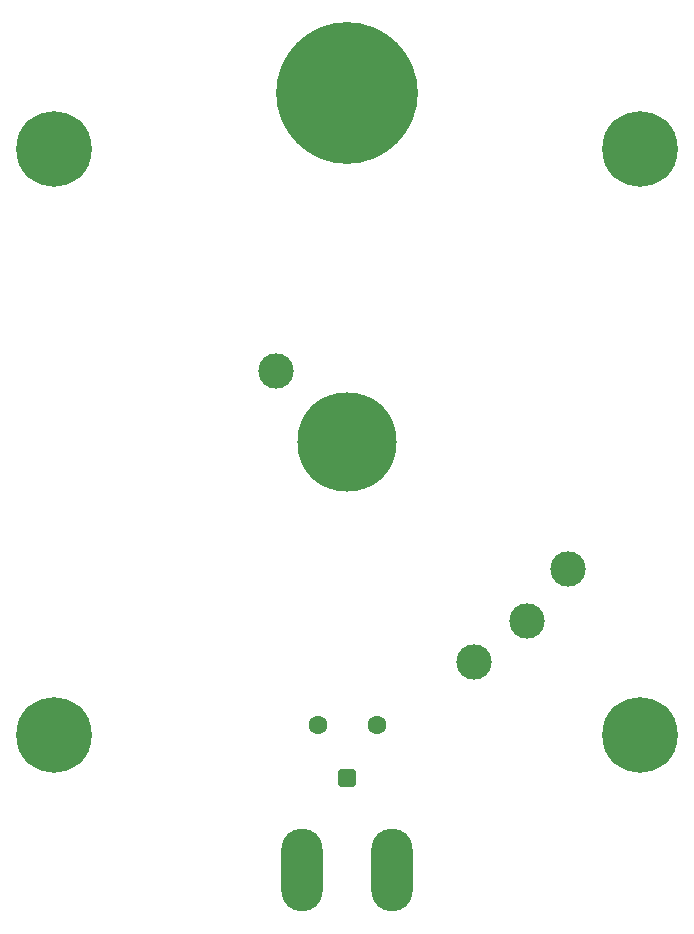
<source format=gbr>
%TF.GenerationSoftware,KiCad,Pcbnew,8.0.6*%
%TF.CreationDate,2025-01-31T16:57:09-05:00*%
%TF.ProjectId,Wire Spool Antenna V1.2,57697265-2053-4706-9f6f-6c20416e7465,rev?*%
%TF.SameCoordinates,Original*%
%TF.FileFunction,Soldermask,Bot*%
%TF.FilePolarity,Negative*%
%FSLAX46Y46*%
G04 Gerber Fmt 4.6, Leading zero omitted, Abs format (unit mm)*
G04 Created by KiCad (PCBNEW 8.0.6) date 2025-01-31 16:57:09*
%MOMM*%
%LPD*%
G01*
G04 APERTURE LIST*
G04 Aperture macros list*
%AMRoundRect*
0 Rectangle with rounded corners*
0 $1 Rounding radius*
0 $2 $3 $4 $5 $6 $7 $8 $9 X,Y pos of 4 corners*
0 Add a 4 corners polygon primitive as box body*
4,1,4,$2,$3,$4,$5,$6,$7,$8,$9,$2,$3,0*
0 Add four circle primitives for the rounded corners*
1,1,$1+$1,$2,$3*
1,1,$1+$1,$4,$5*
1,1,$1+$1,$6,$7*
1,1,$1+$1,$8,$9*
0 Add four rect primitives between the rounded corners*
20,1,$1+$1,$2,$3,$4,$5,0*
20,1,$1+$1,$4,$5,$6,$7,0*
20,1,$1+$1,$6,$7,$8,$9,0*
20,1,$1+$1,$8,$9,$2,$3,0*%
G04 Aperture macros list end*
%ADD10C,3.000000*%
%ADD11C,6.400000*%
%ADD12C,12.000000*%
%ADD13C,1.600000*%
%ADD14C,8.400000*%
%ADD15RoundRect,0.400000X0.400000X0.400000X-0.400000X0.400000X-0.400000X-0.400000X0.400000X-0.400000X0*%
%ADD16O,3.500000X7.000000*%
G04 APERTURE END LIST*
D10*
%TO.C,T1*%
X110748023Y-118667619D03*
X115202796Y-115202796D03*
X118667619Y-110748023D03*
X93989592Y-93989592D03*
%TD*%
D11*
%TO.C,H1*%
X100000000Y-70500000D03*
D12*
X100000000Y-70500000D03*
%TD*%
D11*
%TO.C,H5*%
X124800000Y-75200000D03*
%TD*%
D13*
%TO.C,C1*%
X102500000Y-124000000D03*
X97500000Y-124000000D03*
%TD*%
D14*
%TO.C,H4*%
X100000000Y-100000000D03*
%TD*%
D11*
%TO.C,H3*%
X75200000Y-124800000D03*
%TD*%
%TO.C,H2*%
X124800000Y-124800000D03*
%TD*%
%TO.C,H6*%
X75200000Y-75200000D03*
%TD*%
D15*
%TO.C,J2*%
X100000000Y-128500000D03*
D16*
X103800000Y-136300000D03*
X96200000Y-136300000D03*
%TD*%
M02*

</source>
